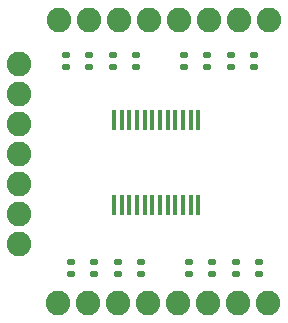
<source format=gbr>
%TF.GenerationSoftware,KiCad,Pcbnew,8.0.1*%
%TF.CreationDate,2024-07-31T22:53:36-04:00*%
%TF.ProjectId,Sensor_manager_V1_glove,53656e73-6f72-45f6-9d61-6e616765725f,rev?*%
%TF.SameCoordinates,Original*%
%TF.FileFunction,Soldermask,Top*%
%TF.FilePolarity,Negative*%
%FSLAX46Y46*%
G04 Gerber Fmt 4.6, Leading zero omitted, Abs format (unit mm)*
G04 Created by KiCad (PCBNEW 8.0.1) date 2024-07-31 22:53:36*
%MOMM*%
%LPD*%
G01*
G04 APERTURE LIST*
G04 Aperture macros list*
%AMRoundRect*
0 Rectangle with rounded corners*
0 $1 Rounding radius*
0 $2 $3 $4 $5 $6 $7 $8 $9 X,Y pos of 4 corners*
0 Add a 4 corners polygon primitive as box body*
4,1,4,$2,$3,$4,$5,$6,$7,$8,$9,$2,$3,0*
0 Add four circle primitives for the rounded corners*
1,1,$1+$1,$2,$3*
1,1,$1+$1,$4,$5*
1,1,$1+$1,$6,$7*
1,1,$1+$1,$8,$9*
0 Add four rect primitives between the rounded corners*
20,1,$1+$1,$2,$3,$4,$5,0*
20,1,$1+$1,$4,$5,$6,$7,0*
20,1,$1+$1,$6,$7,$8,$9,0*
20,1,$1+$1,$8,$9,$2,$3,0*%
G04 Aperture macros list end*
%ADD10R,0.450000X1.750000*%
%ADD11RoundRect,0.135000X-0.185000X0.135000X-0.185000X-0.135000X0.185000X-0.135000X0.185000X0.135000X0*%
%ADD12RoundRect,0.135000X0.185000X-0.135000X0.185000X0.135000X-0.185000X0.135000X-0.185000X-0.135000X0*%
%ADD13C,2.082800*%
G04 APERTURE END LIST*
D10*
%TO.C,U1*%
X88670000Y-51000000D03*
X88020000Y-51000000D03*
X87370000Y-51000000D03*
X86720000Y-51000000D03*
X86070000Y-51000000D03*
X85420000Y-51000000D03*
X84770000Y-51000000D03*
X84120000Y-51000000D03*
X83470000Y-51000000D03*
X82820000Y-51000000D03*
X82170000Y-51000000D03*
X81520000Y-51000000D03*
X81520000Y-58200000D03*
X82170000Y-58200000D03*
X82820000Y-58200000D03*
X83470000Y-58200000D03*
X84120000Y-58200000D03*
X84770000Y-58200000D03*
X85420000Y-58200000D03*
X86070000Y-58200000D03*
X86720000Y-58200000D03*
X87370000Y-58200000D03*
X88020000Y-58200000D03*
X88670000Y-58200000D03*
%TD*%
D11*
%TO.C,R16*%
X77850000Y-64010000D03*
X77850000Y-62990000D03*
%TD*%
%TO.C,R15*%
X79840000Y-64010000D03*
X79840000Y-62990000D03*
%TD*%
%TO.C,R14*%
X81830000Y-64010000D03*
X81830000Y-62990000D03*
%TD*%
%TO.C,R13*%
X83820000Y-64010000D03*
X83820000Y-62990000D03*
%TD*%
%TO.C,R12*%
X87860000Y-64020000D03*
X87860000Y-63000000D03*
%TD*%
%TO.C,R11*%
X89850000Y-64020000D03*
X89850000Y-63000000D03*
%TD*%
%TO.C,R10*%
X91840000Y-64020000D03*
X91840000Y-63000000D03*
%TD*%
%TO.C,R9*%
X93830000Y-64020000D03*
X93830000Y-63000000D03*
%TD*%
D12*
%TO.C,R8*%
X93390000Y-46520000D03*
X93390000Y-45500000D03*
%TD*%
%TO.C,R7*%
X91400000Y-46520000D03*
X91400000Y-45500000D03*
%TD*%
%TO.C,R6*%
X89410000Y-46520000D03*
X89410000Y-45500000D03*
%TD*%
%TO.C,R5*%
X87420000Y-46520000D03*
X87420000Y-45500000D03*
%TD*%
%TO.C,R4*%
X83400000Y-45500000D03*
X83400000Y-46520000D03*
%TD*%
%TO.C,R3*%
X81410000Y-45500000D03*
X81410000Y-46520000D03*
%TD*%
%TO.C,R2*%
X79420000Y-45500000D03*
X79420000Y-46520000D03*
%TD*%
%TO.C,R1*%
X77430000Y-45500000D03*
X77430000Y-46520000D03*
%TD*%
D13*
%TO.C,J3*%
X73500000Y-46260000D03*
X73500000Y-48800000D03*
X73500000Y-51340000D03*
X73500000Y-53880000D03*
X73500000Y-56420000D03*
X73500000Y-58960000D03*
X73500000Y-61500000D03*
%TD*%
%TO.C,J2*%
X76760000Y-66500000D03*
X79300000Y-66500000D03*
X81840000Y-66500000D03*
X84380000Y-66500000D03*
X86920000Y-66500000D03*
X89460000Y-66500000D03*
X92000000Y-66500000D03*
X94540000Y-66500000D03*
%TD*%
%TO.C,J1*%
X94660000Y-42510000D03*
X92120000Y-42510000D03*
X89580000Y-42510000D03*
X87040000Y-42510000D03*
X84500000Y-42510000D03*
X81960000Y-42510000D03*
X79420000Y-42510000D03*
X76880000Y-42510000D03*
%TD*%
M02*

</source>
